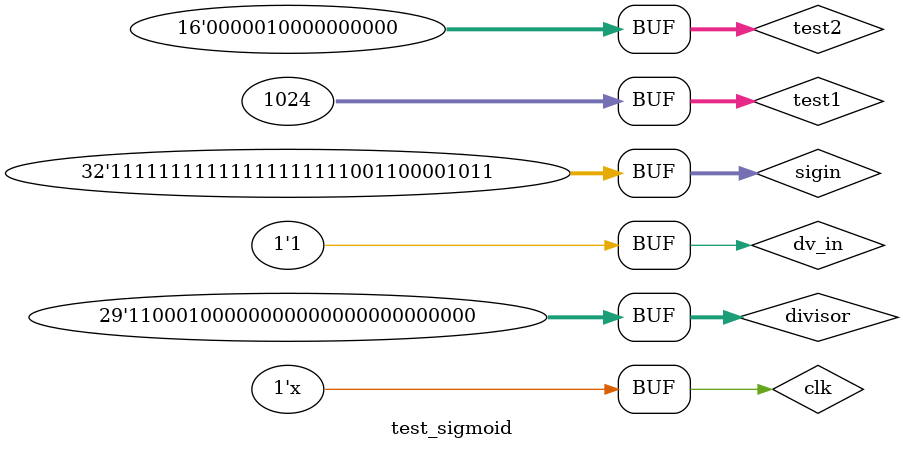
<source format=v>
`timescale 1ns / 1ps


module test_sigmoid;

	// Inputs
	reg clk;
	reg dv_in;
	reg signed[31:0] sigin;

	// Outputs
	wire dv_out;
	wire signed [10:0] sigout;

	// Instantiate the Unit Under Test (UUT)
	sigmoid uut (
		.clk(clk), 
		.dv_in(dv_in), 
		.dv_out(dv_out), 
		.sigin(sigin), 
		.sigout(sigout)
	);

	parameter STEP = 20;
	parameter STEP_half=10;
	always begin
		#STEP_half;
		clk<=~clk;
	end

	reg signed [31:0] test1;
	reg signed [15:0] test2;

	reg signed [28:0] divisor = {7'b1100010,22'b0};	// divisor = 98

	initial begin
		// Initialize Inputs
		clk = 0;
		dv_in = 0;
		sigin = -3317;
		test2 = 1024;
		test1 = test2;
		// Wait 100 ns for global reset to finish
		#1000;
        
		// Add stimulus here
		dv_in = 1;
	end
      
endmodule


</source>
